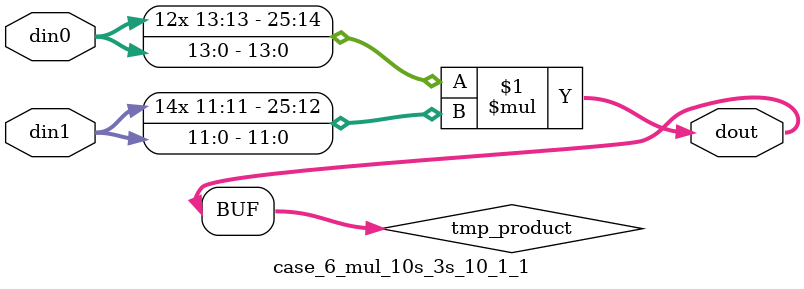
<source format=v>

`timescale 1 ns / 1 ps

 module case_6_mul_10s_3s_10_1_1(din0, din1, dout);
parameter ID = 1;
parameter NUM_STAGE = 0;
parameter din0_WIDTH = 14;
parameter din1_WIDTH = 12;
parameter dout_WIDTH = 26;

input [din0_WIDTH - 1 : 0] din0; 
input [din1_WIDTH - 1 : 0] din1; 
output [dout_WIDTH - 1 : 0] dout;

wire signed [dout_WIDTH - 1 : 0] tmp_product;



























assign tmp_product = $signed(din0) * $signed(din1);








assign dout = tmp_product;





















endmodule

</source>
